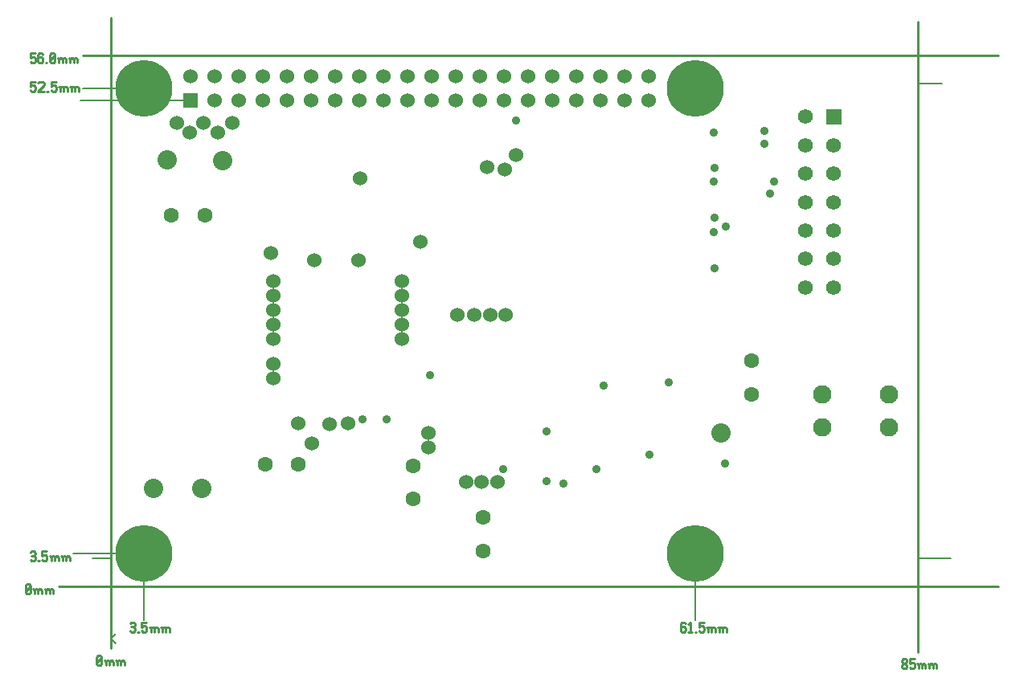
<source format=gbr>
G04 start of page 5 for group 5 idx 2 *
G04 Title: RspPiPS, mechanical *
G04 Creator: pcb 4.0.2 *
G04 CreationDate: Thu Dec 16 04:25:21 2021 UTC *
G04 For: austin *
G04 Format: Gerber/RS-274X *
G04 PCB-Dimensions (mil): 10000.00 10000.00 *
G04 PCB-Coordinate-Origin: lower left *
%MOIN*%
%FSLAX25Y25*%
%LNGROUP5*%
%ADD78C,0.0380*%
%ADD77C,0.0453*%
%ADD76C,0.0400*%
%ADD75C,0.0354*%
%ADD74C,0.1181*%
%ADD73C,0.0402*%
%ADD72C,0.1063*%
%ADD71C,0.0200*%
%ADD70C,0.0350*%
%ADD69C,0.0360*%
%ADD68C,0.0600*%
%ADD67C,0.0768*%
%ADD66C,0.0800*%
%ADD65C,0.0630*%
%ADD64C,0.0620*%
%ADD63C,0.0001*%
%ADD62C,0.2362*%
%ADD61C,0.0060*%
%ADD60C,0.0100*%
G54D60*X141732Y791339D02*Y529528D01*
G54D61*Y566929D02*X133858D01*
X155512Y568898D02*Y541339D01*
Y568898D02*X125984D01*
X141732Y533465D02*X143701Y535433D01*
X141732Y533465D02*X143701Y531496D01*
G54D60*X129921Y775591D02*X509843D01*
G54D61*X476378Y763780D02*X486220D01*
X476378Y566929D02*X490157D01*
X174700Y756800D02*X173806Y755906D01*
G54D60*X476383Y789657D02*Y527846D01*
X120079Y555118D02*X509843D01*
G54D61*X383858Y568898D02*Y541339D01*
X155512Y761811D02*X129921D01*
X174700Y756800D02*X129027D01*
G54D60*X108268Y776559D02*X110268D01*
X108268D02*Y774559D01*
X108768Y775059D01*
X109768D01*
X110268Y774559D01*
Y773059D01*
X109768Y772559D02*X110268Y773059D01*
X108768Y772559D02*X109768D01*
X108268Y773059D02*X108768Y772559D01*
X112968Y776559D02*X113468Y776059D01*
X111968Y776559D02*X112968D01*
X111468Y776059D02*X111968Y776559D01*
X111468Y776059D02*Y773059D01*
X111968Y772559D01*
X112968Y774759D02*X113468Y774259D01*
X111468Y774759D02*X112968D01*
X111968Y772559D02*X112968D01*
X113468Y773059D01*
Y774259D02*Y773059D01*
X114668Y772559D02*X115168D01*
X116368Y773059D02*X116868Y772559D01*
X116368Y776059D02*Y773059D01*
Y776059D02*X116868Y776559D01*
X117868D01*
X118368Y776059D01*
Y773059D01*
X117868Y772559D02*X118368Y773059D01*
X116868Y772559D02*X117868D01*
X116368Y773559D02*X118368Y775559D01*
X120068Y774059D02*Y772559D01*
Y774059D02*X120568Y774559D01*
X121068D01*
X121568Y774059D01*
Y772559D01*
Y774059D02*X122068Y774559D01*
X122568D01*
X123068Y774059D01*
Y772559D01*
X119568Y774559D02*X120068Y774059D01*
X124768D02*Y772559D01*
Y774059D02*X125268Y774559D01*
X125768D01*
X126268Y774059D01*
Y772559D01*
Y774059D02*X126768Y774559D01*
X127268D01*
X127768Y774059D01*
Y772559D01*
X124268Y774559D02*X124768Y774059D01*
X108268Y764748D02*X110268D01*
X108268D02*Y762748D01*
X108768Y763248D01*
X109768D01*
X110268Y762748D01*
Y761248D01*
X109768Y760748D02*X110268Y761248D01*
X108768Y760748D02*X109768D01*
X108268Y761248D02*X108768Y760748D01*
X111468Y764248D02*X111968Y764748D01*
X113468D01*
X113968Y764248D01*
Y763248D01*
X111468Y760748D02*X113968Y763248D01*
X111468Y760748D02*X113968D01*
X115168D02*X115668D01*
X116868Y764748D02*X118868D01*
X116868D02*Y762748D01*
X117368Y763248D01*
X118368D01*
X118868Y762748D01*
Y761248D01*
X118368Y760748D02*X118868Y761248D01*
X117368Y760748D02*X118368D01*
X116868Y761248D02*X117368Y760748D01*
X120568Y762248D02*Y760748D01*
Y762248D02*X121068Y762748D01*
X121568D01*
X122068Y762248D01*
Y760748D01*
Y762248D02*X122568Y762748D01*
X123068D01*
X123568Y762248D01*
Y760748D01*
X120068Y762748D02*X120568Y762248D01*
X125268D02*Y760748D01*
Y762248D02*X125768Y762748D01*
X126268D01*
X126768Y762248D01*
Y760748D01*
Y762248D02*X127268Y762748D01*
X127768D01*
X128268Y762248D01*
Y760748D01*
X124768Y762748D02*X125268Y762248D01*
X149606Y539839D02*X150106Y540339D01*
X151106D01*
X151606Y539839D01*
X151106Y536339D02*X151606Y536839D01*
X150106Y536339D02*X151106D01*
X149606Y536839D02*X150106Y536339D01*
Y538539D02*X151106D01*
X151606Y539839D02*Y539039D01*
Y538039D02*Y536839D01*
Y538039D02*X151106Y538539D01*
X151606Y539039D02*X151106Y538539D01*
X152806Y536339D02*X153306D01*
X154506Y540339D02*X156506D01*
X154506D02*Y538339D01*
X155006Y538839D01*
X156006D01*
X156506Y538339D01*
Y536839D01*
X156006Y536339D02*X156506Y536839D01*
X155006Y536339D02*X156006D01*
X154506Y536839D02*X155006Y536339D01*
X158206Y537839D02*Y536339D01*
Y537839D02*X158706Y538339D01*
X159206D01*
X159706Y537839D01*
Y536339D01*
Y537839D02*X160206Y538339D01*
X160706D01*
X161206Y537839D01*
Y536339D01*
X157706Y538339D02*X158206Y537839D01*
X162906D02*Y536339D01*
Y537839D02*X163406Y538339D01*
X163906D01*
X164406Y537839D01*
Y536339D01*
Y537839D02*X164906Y538339D01*
X165406D01*
X165906Y537839D01*
Y536339D01*
X162406Y538339D02*X162906Y537839D01*
X135827Y523059D02*X136327Y522559D01*
X135827Y526059D02*Y523059D01*
Y526059D02*X136327Y526559D01*
X137327D01*
X137827Y526059D01*
Y523059D01*
X137327Y522559D02*X137827Y523059D01*
X136327Y522559D02*X137327D01*
X135827Y523559D02*X137827Y525559D01*
X139527Y524059D02*Y522559D01*
Y524059D02*X140027Y524559D01*
X140527D01*
X141027Y524059D01*
Y522559D01*
Y524059D02*X141527Y524559D01*
X142027D01*
X142527Y524059D01*
Y522559D01*
X139027Y524559D02*X139527Y524059D01*
X144227D02*Y522559D01*
Y524059D02*X144727Y524559D01*
X145227D01*
X145727Y524059D01*
Y522559D01*
Y524059D02*X146227Y524559D01*
X146727D01*
X147227Y524059D01*
Y522559D01*
X143727Y524559D02*X144227Y524059D01*
X106299Y552587D02*X106799Y552087D01*
X106299Y555587D02*Y552587D01*
Y555587D02*X106799Y556087D01*
X107799D01*
X108299Y555587D01*
Y552587D01*
X107799Y552087D02*X108299Y552587D01*
X106799Y552087D02*X107799D01*
X106299Y553087D02*X108299Y555087D01*
X109999Y553587D02*Y552087D01*
Y553587D02*X110499Y554087D01*
X110999D01*
X111499Y553587D01*
Y552087D01*
Y553587D02*X111999Y554087D01*
X112499D01*
X112999Y553587D01*
Y552087D01*
X109499Y554087D02*X109999Y553587D01*
X114699D02*Y552087D01*
Y553587D02*X115199Y554087D01*
X115699D01*
X116199Y553587D01*
Y552087D01*
Y553587D02*X116699Y554087D01*
X117199D01*
X117699Y553587D01*
Y552087D01*
X114199Y554087D02*X114699Y553587D01*
X379453Y540339D02*X379953Y539839D01*
X378453Y540339D02*X379453D01*
X377953Y539839D02*X378453Y540339D01*
X377953Y539839D02*Y536839D01*
X378453Y536339D01*
X379453Y538539D02*X379953Y538039D01*
X377953Y538539D02*X379453D01*
X378453Y536339D02*X379453D01*
X379953Y536839D01*
Y538039D02*Y536839D01*
X381153Y539539D02*X381953Y540339D01*
Y536339D01*
X381153D02*X382653D01*
X383853D02*X384353D01*
X385553Y540339D02*X387553D01*
X385553D02*Y538339D01*
X386053Y538839D01*
X387053D01*
X387553Y538339D01*
Y536839D01*
X387053Y536339D02*X387553Y536839D01*
X386053Y536339D02*X387053D01*
X385553Y536839D02*X386053Y536339D01*
X389253Y537839D02*Y536339D01*
Y537839D02*X389753Y538339D01*
X390253D01*
X390753Y537839D01*
Y536339D01*
Y537839D02*X391253Y538339D01*
X391753D01*
X392253Y537839D01*
Y536339D01*
X388753Y538339D02*X389253Y537839D01*
X393953D02*Y536339D01*
Y537839D02*X394453Y538339D01*
X394953D01*
X395453Y537839D01*
Y536339D01*
Y537839D02*X395953Y538339D01*
X396453D01*
X396953Y537839D01*
Y536339D01*
X393453Y538339D02*X393953Y537839D01*
X108268Y569366D02*X108768Y569866D01*
X109768D01*
X110268Y569366D01*
X109768Y565866D02*X110268Y566366D01*
X108768Y565866D02*X109768D01*
X108268Y566366D02*X108768Y565866D01*
Y568066D02*X109768D01*
X110268Y569366D02*Y568566D01*
Y567566D02*Y566366D01*
Y567566D02*X109768Y568066D01*
X110268Y568566D02*X109768Y568066D01*
X111468Y565866D02*X111968D01*
X113168Y569866D02*X115168D01*
X113168D02*Y567866D01*
X113668Y568366D01*
X114668D01*
X115168Y567866D01*
Y566366D01*
X114668Y565866D02*X115168Y566366D01*
X113668Y565866D02*X114668D01*
X113168Y566366D02*X113668Y565866D01*
X116868Y567366D02*Y565866D01*
Y567366D02*X117368Y567866D01*
X117868D01*
X118368Y567366D01*
Y565866D01*
Y567366D02*X118868Y567866D01*
X119368D01*
X119868Y567366D01*
Y565866D01*
X116368Y567866D02*X116868Y567366D01*
X121568D02*Y565866D01*
Y567366D02*X122068Y567866D01*
X122568D01*
X123068Y567366D01*
Y565866D01*
Y567366D02*X123568Y567866D01*
X124068D01*
X124568Y567366D01*
Y565866D01*
X121068Y567866D02*X121568Y567366D01*
X469800Y521690D02*X470290Y521200D01*
X469800Y522474D02*Y521690D01*
Y522474D02*X470486Y523160D01*
X471074D01*
X471760Y522474D01*
Y521690D01*
X471270Y521200D02*X471760Y521690D01*
X470290Y521200D02*X471270D01*
X469800Y523846D02*X470486Y523160D01*
X469800Y524630D02*Y523846D01*
Y524630D02*X470290Y525120D01*
X471270D01*
X471760Y524630D01*
Y523846D01*
X471074Y523160D02*X471760Y523846D01*
X472936Y525120D02*X474896D01*
X472936D02*Y523160D01*
X473426Y523650D01*
X474406D01*
X474896Y523160D01*
Y521690D01*
X474406Y521200D02*X474896Y521690D01*
X473426Y521200D02*X474406D01*
X472936Y521690D02*X473426Y521200D01*
X476562Y522670D02*Y521200D01*
Y522670D02*X477052Y523160D01*
X477542D01*
X478032Y522670D01*
Y521200D01*
Y522670D02*X478522Y523160D01*
X479012D01*
X479502Y522670D01*
Y521200D01*
X476072Y523160D02*X476562Y522670D01*
X481168D02*Y521200D01*
Y522670D02*X481658Y523160D01*
X482148D01*
X482638Y522670D01*
Y521200D01*
Y522670D02*X483128Y523160D01*
X483618D01*
X484108Y522670D01*
Y521200D01*
X480678Y523160D02*X481168Y522670D01*
G54D62*X383858Y761811D03*
G54D63*G36*
X438361Y753246D02*Y747046D01*
X444561D01*
Y753246D01*
X438361D01*
G37*
G54D64*X441461Y738335D03*
Y726524D03*
Y714713D03*
Y702902D03*
Y691091D03*
Y679280D03*
X429650Y750146D03*
Y738335D03*
Y726524D03*
Y714713D03*
Y702902D03*
Y691091D03*
Y679280D03*
G54D62*X383858Y568898D03*
G54D65*X267000Y605390D03*
Y591610D03*
X295949Y583768D03*
Y569988D03*
G54D66*X394736Y618866D03*
G54D65*X407236Y648756D03*
Y634976D03*
G54D67*X436736Y621189D03*
X464295D03*
Y634969D03*
X436736D03*
G54D62*X155512Y761811D03*
G54D63*G36*
X171700Y759800D02*Y753800D01*
X177700D01*
Y759800D01*
X171700D01*
G37*
G54D68*X174700Y766800D03*
X184700Y756800D03*
Y766800D03*
G54D66*X188000Y732000D03*
G54D65*X180535Y709276D03*
X166756D03*
G54D66*X164961Y732283D03*
G54D62*X155512Y568898D03*
G54D65*X219425Y605799D03*
X205646D03*
G54D66*X159500Y596000D03*
X179500D03*
G54D68*X194700Y756800D03*
X204700D03*
X214700D03*
X194700Y766800D03*
X204700D03*
X214700D03*
X224700Y756800D03*
X234700D03*
X244700D03*
X254700D03*
X224700Y766800D03*
X234700D03*
X244700D03*
X254700D03*
X264700Y756800D03*
X274700D03*
X284700D03*
X264700Y766800D03*
X274700D03*
X284700D03*
X294700D03*
X304700D03*
X314700D03*
X294700Y756800D03*
X304700D03*
X314700D03*
X324700D03*
Y766800D03*
X334700Y756800D03*
X344700D03*
X354700D03*
X364700D03*
X334700Y766800D03*
X344700D03*
X354700D03*
X364700D03*
X219500Y623000D03*
X225072Y614428D03*
G54D69*X246000Y624500D03*
X256000D03*
G54D68*X232500Y622500D03*
X240000Y623000D03*
X273500Y619000D03*
Y613000D03*
X295500Y598500D03*
X302000D03*
X289000D03*
G54D69*X329500Y598000D03*
X322500Y599000D03*
G54D68*X305500Y668000D03*
X292500D03*
X299000D03*
X285500D03*
G54D69*X274000Y643000D03*
X322500Y619500D03*
X304500Y604000D03*
X396236Y606366D03*
X365000Y610000D03*
X373000Y640000D03*
X343000Y604000D03*
X346000Y638500D03*
G54D68*X208000Y693500D03*
X209000Y676000D03*
Y682000D03*
X225984Y690551D03*
X209000Y641500D03*
X262500Y676000D03*
Y682000D03*
Y670000D03*
Y664000D03*
Y658000D03*
X209000D03*
Y647500D03*
Y664000D03*
Y670000D03*
X297602Y729209D03*
X309600Y734400D03*
X305000Y728400D03*
G54D69*X309800Y748600D03*
X412598Y738976D03*
Y744094D03*
X416654Y723110D03*
X391800Y702300D03*
X396700Y704600D03*
X414961Y718110D03*
X391800Y743700D03*
Y723300D03*
X392000Y729000D03*
Y708200D03*
X391900Y687200D03*
G54D68*X192000Y747500D03*
X186000Y743500D03*
X174500D03*
X180000Y747500D03*
X169000D03*
X244488Y690551D03*
X244874Y724740D03*
X270098Y698272D03*
G54D70*G54D71*G54D70*G54D71*G54D70*G54D71*G54D70*G54D71*G54D70*G54D72*G54D73*G54D74*G54D73*G54D74*G54D73*G54D72*G54D75*G54D76*G54D75*G54D77*G54D72*G54D78*G54D76*G54D75*G54D76*G54D72*G54D75*G54D76*G54D78*M02*

</source>
